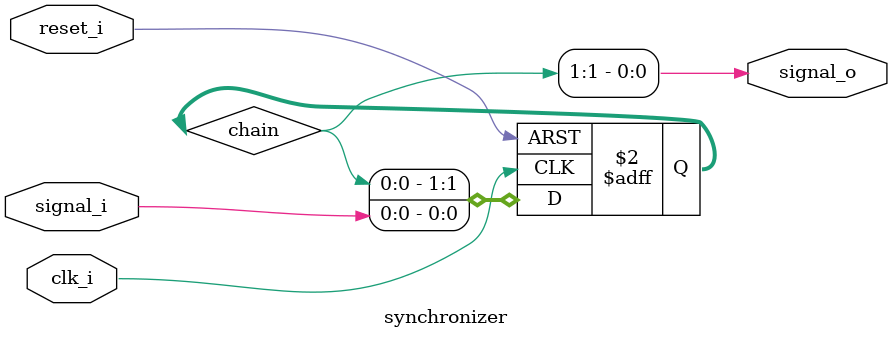
<source format=sv>
module synchronizer #(
    parameter CHAIN_LENGTH = 2
) (
    input logic reset_i,
    input logic clk_i,
    input logic signal_i,
    output logic signal_o
);

logic [CHAIN_LENGTH-1:0] chain;

assign signal_o = chain[CHAIN_LENGTH-1];

always_ff @(posedge clk_i, posedge reset_i) begin
    if (reset_i) chain <= 2'b00;
    else chain <= {chain[CHAIN_LENGTH-2:0], signal_i};
end
endmodule

</source>
